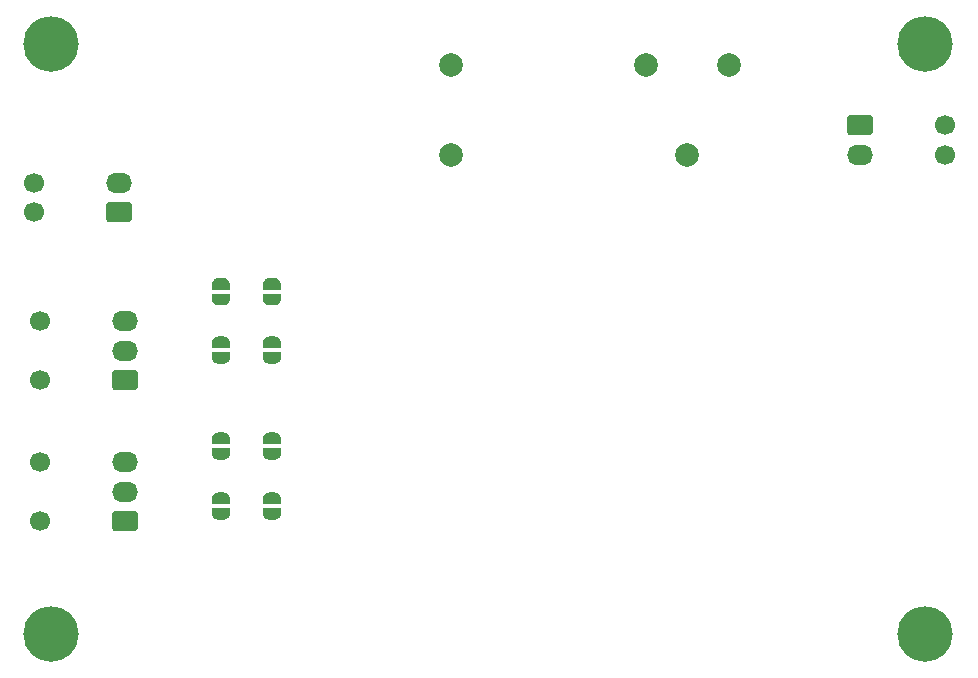
<source format=gbr>
%TF.GenerationSoftware,KiCad,Pcbnew,(5.1.10)-1*%
%TF.CreationDate,2022-02-21T21:57:19+01:00*%
%TF.ProjectId,BSPD-CV_3_0_00a,42535044-2d43-4565-9f33-5f305f303061,rev?*%
%TF.SameCoordinates,Original*%
%TF.FileFunction,Soldermask,Bot*%
%TF.FilePolarity,Negative*%
%FSLAX46Y46*%
G04 Gerber Fmt 4.6, Leading zero omitted, Abs format (unit mm)*
G04 Created by KiCad (PCBNEW (5.1.10)-1) date 2022-02-21 21:57:19*
%MOMM*%
%LPD*%
G01*
G04 APERTURE LIST*
%ADD10C,1.700000*%
%ADD11O,2.200000X1.700000*%
%ADD12C,4.700000*%
%ADD13C,2.000000*%
%ADD14C,0.100000*%
G04 APERTURE END LIST*
D10*
%TO.C,J3*%
X152078000Y-133430000D03*
X152078000Y-138430000D03*
D11*
X159258000Y-133430000D03*
X159258000Y-135930000D03*
G36*
G01*
X160358000Y-137830000D02*
X160358000Y-139030000D01*
G75*
G02*
X160108000Y-139280000I-250000J0D01*
G01*
X158408000Y-139280000D01*
G75*
G02*
X158158000Y-139030000I0J250000D01*
G01*
X158158000Y-137830000D01*
G75*
G02*
X158408000Y-137580000I250000J0D01*
G01*
X160108000Y-137580000D01*
G75*
G02*
X160358000Y-137830000I0J-250000D01*
G01*
G37*
%TD*%
D10*
%TO.C,J2*%
X152078000Y-121492000D03*
X152078000Y-126492000D03*
D11*
X159258000Y-121492000D03*
X159258000Y-123992000D03*
G36*
G01*
X160358000Y-125892000D02*
X160358000Y-127092000D01*
G75*
G02*
X160108000Y-127342000I-250000J0D01*
G01*
X158408000Y-127342000D01*
G75*
G02*
X158158000Y-127092000I0J250000D01*
G01*
X158158000Y-125892000D01*
G75*
G02*
X158408000Y-125642000I250000J0D01*
G01*
X160108000Y-125642000D01*
G75*
G02*
X160358000Y-125892000I0J-250000D01*
G01*
G37*
%TD*%
D10*
%TO.C,J4*%
X228668000Y-107402000D03*
X228668000Y-104902000D03*
D11*
X221488000Y-107402000D03*
G36*
G01*
X220388000Y-105502000D02*
X220388000Y-104302000D01*
G75*
G02*
X220638000Y-104052000I250000J0D01*
G01*
X222338000Y-104052000D01*
G75*
G02*
X222588000Y-104302000I0J-250000D01*
G01*
X222588000Y-105502000D01*
G75*
G02*
X222338000Y-105752000I-250000J0D01*
G01*
X220638000Y-105752000D01*
G75*
G02*
X220388000Y-105502000I0J250000D01*
G01*
G37*
%TD*%
D10*
%TO.C,J1*%
X151570000Y-109768000D03*
X151570000Y-112268000D03*
D11*
X158750000Y-109768000D03*
G36*
G01*
X159850000Y-111668000D02*
X159850000Y-112868000D01*
G75*
G02*
X159600000Y-113118000I-250000J0D01*
G01*
X157900000Y-113118000D01*
G75*
G02*
X157650000Y-112868000I0J250000D01*
G01*
X157650000Y-111668000D01*
G75*
G02*
X157900000Y-111418000I250000J0D01*
G01*
X159600000Y-111418000D01*
G75*
G02*
X159850000Y-111668000I0J-250000D01*
G01*
G37*
%TD*%
D12*
%TO.C,H4*%
X227000000Y-148000000D03*
%TD*%
%TO.C,H3*%
X153000000Y-148000000D03*
%TD*%
%TO.C,H2*%
X227000000Y-98000000D03*
%TD*%
%TO.C,H1*%
X153000000Y-98000000D03*
%TD*%
D13*
%TO.C,K101*%
X206878000Y-107432000D03*
X203378000Y-99832000D03*
X210378000Y-99832000D03*
X186878000Y-99832000D03*
X186878000Y-107432000D03*
%TD*%
D14*
%TO.C,JP54*%
G36*
X170954000Y-131930000D02*
G01*
X170954000Y-131430000D01*
X170954602Y-131430000D01*
X170954602Y-131405466D01*
X170959412Y-131356635D01*
X170968984Y-131308510D01*
X170983228Y-131261555D01*
X171002005Y-131216222D01*
X171025136Y-131172949D01*
X171052396Y-131132150D01*
X171083524Y-131094221D01*
X171118221Y-131059524D01*
X171156150Y-131028396D01*
X171196949Y-131001136D01*
X171240222Y-130978005D01*
X171285555Y-130959228D01*
X171332510Y-130944984D01*
X171380635Y-130935412D01*
X171429466Y-130930602D01*
X171454000Y-130930602D01*
X171454000Y-130930000D01*
X171954000Y-130930000D01*
X171954000Y-130930602D01*
X171978534Y-130930602D01*
X172027365Y-130935412D01*
X172075490Y-130944984D01*
X172122445Y-130959228D01*
X172167778Y-130978005D01*
X172211051Y-131001136D01*
X172251850Y-131028396D01*
X172289779Y-131059524D01*
X172324476Y-131094221D01*
X172355604Y-131132150D01*
X172382864Y-131172949D01*
X172405995Y-131216222D01*
X172424772Y-131261555D01*
X172439016Y-131308510D01*
X172448588Y-131356635D01*
X172453398Y-131405466D01*
X172453398Y-131430000D01*
X172454000Y-131430000D01*
X172454000Y-131930000D01*
X170954000Y-131930000D01*
G37*
G36*
X172453398Y-132730000D02*
G01*
X172453398Y-132754534D01*
X172448588Y-132803365D01*
X172439016Y-132851490D01*
X172424772Y-132898445D01*
X172405995Y-132943778D01*
X172382864Y-132987051D01*
X172355604Y-133027850D01*
X172324476Y-133065779D01*
X172289779Y-133100476D01*
X172251850Y-133131604D01*
X172211051Y-133158864D01*
X172167778Y-133181995D01*
X172122445Y-133200772D01*
X172075490Y-133215016D01*
X172027365Y-133224588D01*
X171978534Y-133229398D01*
X171954000Y-133229398D01*
X171954000Y-133230000D01*
X171454000Y-133230000D01*
X171454000Y-133229398D01*
X171429466Y-133229398D01*
X171380635Y-133224588D01*
X171332510Y-133215016D01*
X171285555Y-133200772D01*
X171240222Y-133181995D01*
X171196949Y-133158864D01*
X171156150Y-133131604D01*
X171118221Y-133100476D01*
X171083524Y-133065779D01*
X171052396Y-133027850D01*
X171025136Y-132987051D01*
X171002005Y-132943778D01*
X170983228Y-132898445D01*
X170968984Y-132851490D01*
X170959412Y-132803365D01*
X170954602Y-132754534D01*
X170954602Y-132730000D01*
X170954000Y-132730000D01*
X170954000Y-132230000D01*
X172454000Y-132230000D01*
X172454000Y-132730000D01*
X172453398Y-132730000D01*
G37*
%TD*%
%TO.C,JP53*%
G36*
X170954602Y-136510000D02*
G01*
X170954602Y-136485466D01*
X170959412Y-136436635D01*
X170968984Y-136388510D01*
X170983228Y-136341555D01*
X171002005Y-136296222D01*
X171025136Y-136252949D01*
X171052396Y-136212150D01*
X171083524Y-136174221D01*
X171118221Y-136139524D01*
X171156150Y-136108396D01*
X171196949Y-136081136D01*
X171240222Y-136058005D01*
X171285555Y-136039228D01*
X171332510Y-136024984D01*
X171380635Y-136015412D01*
X171429466Y-136010602D01*
X171454000Y-136010602D01*
X171454000Y-136010000D01*
X171954000Y-136010000D01*
X171954000Y-136010602D01*
X171978534Y-136010602D01*
X172027365Y-136015412D01*
X172075490Y-136024984D01*
X172122445Y-136039228D01*
X172167778Y-136058005D01*
X172211051Y-136081136D01*
X172251850Y-136108396D01*
X172289779Y-136139524D01*
X172324476Y-136174221D01*
X172355604Y-136212150D01*
X172382864Y-136252949D01*
X172405995Y-136296222D01*
X172424772Y-136341555D01*
X172439016Y-136388510D01*
X172448588Y-136436635D01*
X172453398Y-136485466D01*
X172453398Y-136510000D01*
X172454000Y-136510000D01*
X172454000Y-137010000D01*
X170954000Y-137010000D01*
X170954000Y-136510000D01*
X170954602Y-136510000D01*
G37*
G36*
X172454000Y-137310000D02*
G01*
X172454000Y-137810000D01*
X172453398Y-137810000D01*
X172453398Y-137834534D01*
X172448588Y-137883365D01*
X172439016Y-137931490D01*
X172424772Y-137978445D01*
X172405995Y-138023778D01*
X172382864Y-138067051D01*
X172355604Y-138107850D01*
X172324476Y-138145779D01*
X172289779Y-138180476D01*
X172251850Y-138211604D01*
X172211051Y-138238864D01*
X172167778Y-138261995D01*
X172122445Y-138280772D01*
X172075490Y-138295016D01*
X172027365Y-138304588D01*
X171978534Y-138309398D01*
X171954000Y-138309398D01*
X171954000Y-138310000D01*
X171454000Y-138310000D01*
X171454000Y-138309398D01*
X171429466Y-138309398D01*
X171380635Y-138304588D01*
X171332510Y-138295016D01*
X171285555Y-138280772D01*
X171240222Y-138261995D01*
X171196949Y-138238864D01*
X171156150Y-138211604D01*
X171118221Y-138180476D01*
X171083524Y-138145779D01*
X171052396Y-138107850D01*
X171025136Y-138067051D01*
X171002005Y-138023778D01*
X170983228Y-137978445D01*
X170968984Y-137931490D01*
X170959412Y-137883365D01*
X170954602Y-137834534D01*
X170954602Y-137810000D01*
X170954000Y-137810000D01*
X170954000Y-137310000D01*
X172454000Y-137310000D01*
G37*
%TD*%
%TO.C,JP52*%
G36*
X168135398Y-132730000D02*
G01*
X168135398Y-132754534D01*
X168130588Y-132803365D01*
X168121016Y-132851490D01*
X168106772Y-132898445D01*
X168087995Y-132943778D01*
X168064864Y-132987051D01*
X168037604Y-133027850D01*
X168006476Y-133065779D01*
X167971779Y-133100476D01*
X167933850Y-133131604D01*
X167893051Y-133158864D01*
X167849778Y-133181995D01*
X167804445Y-133200772D01*
X167757490Y-133215016D01*
X167709365Y-133224588D01*
X167660534Y-133229398D01*
X167636000Y-133229398D01*
X167636000Y-133230000D01*
X167136000Y-133230000D01*
X167136000Y-133229398D01*
X167111466Y-133229398D01*
X167062635Y-133224588D01*
X167014510Y-133215016D01*
X166967555Y-133200772D01*
X166922222Y-133181995D01*
X166878949Y-133158864D01*
X166838150Y-133131604D01*
X166800221Y-133100476D01*
X166765524Y-133065779D01*
X166734396Y-133027850D01*
X166707136Y-132987051D01*
X166684005Y-132943778D01*
X166665228Y-132898445D01*
X166650984Y-132851490D01*
X166641412Y-132803365D01*
X166636602Y-132754534D01*
X166636602Y-132730000D01*
X166636000Y-132730000D01*
X166636000Y-132230000D01*
X168136000Y-132230000D01*
X168136000Y-132730000D01*
X168135398Y-132730000D01*
G37*
G36*
X166636000Y-131930000D02*
G01*
X166636000Y-131430000D01*
X166636602Y-131430000D01*
X166636602Y-131405466D01*
X166641412Y-131356635D01*
X166650984Y-131308510D01*
X166665228Y-131261555D01*
X166684005Y-131216222D01*
X166707136Y-131172949D01*
X166734396Y-131132150D01*
X166765524Y-131094221D01*
X166800221Y-131059524D01*
X166838150Y-131028396D01*
X166878949Y-131001136D01*
X166922222Y-130978005D01*
X166967555Y-130959228D01*
X167014510Y-130944984D01*
X167062635Y-130935412D01*
X167111466Y-130930602D01*
X167136000Y-130930602D01*
X167136000Y-130930000D01*
X167636000Y-130930000D01*
X167636000Y-130930602D01*
X167660534Y-130930602D01*
X167709365Y-130935412D01*
X167757490Y-130944984D01*
X167804445Y-130959228D01*
X167849778Y-130978005D01*
X167893051Y-131001136D01*
X167933850Y-131028396D01*
X167971779Y-131059524D01*
X168006476Y-131094221D01*
X168037604Y-131132150D01*
X168064864Y-131172949D01*
X168087995Y-131216222D01*
X168106772Y-131261555D01*
X168121016Y-131308510D01*
X168130588Y-131356635D01*
X168135398Y-131405466D01*
X168135398Y-131430000D01*
X168136000Y-131430000D01*
X168136000Y-131930000D01*
X166636000Y-131930000D01*
G37*
%TD*%
%TO.C,JP51*%
G36*
X168136000Y-137310000D02*
G01*
X168136000Y-137810000D01*
X168135398Y-137810000D01*
X168135398Y-137834534D01*
X168130588Y-137883365D01*
X168121016Y-137931490D01*
X168106772Y-137978445D01*
X168087995Y-138023778D01*
X168064864Y-138067051D01*
X168037604Y-138107850D01*
X168006476Y-138145779D01*
X167971779Y-138180476D01*
X167933850Y-138211604D01*
X167893051Y-138238864D01*
X167849778Y-138261995D01*
X167804445Y-138280772D01*
X167757490Y-138295016D01*
X167709365Y-138304588D01*
X167660534Y-138309398D01*
X167636000Y-138309398D01*
X167636000Y-138310000D01*
X167136000Y-138310000D01*
X167136000Y-138309398D01*
X167111466Y-138309398D01*
X167062635Y-138304588D01*
X167014510Y-138295016D01*
X166967555Y-138280772D01*
X166922222Y-138261995D01*
X166878949Y-138238864D01*
X166838150Y-138211604D01*
X166800221Y-138180476D01*
X166765524Y-138145779D01*
X166734396Y-138107850D01*
X166707136Y-138067051D01*
X166684005Y-138023778D01*
X166665228Y-137978445D01*
X166650984Y-137931490D01*
X166641412Y-137883365D01*
X166636602Y-137834534D01*
X166636602Y-137810000D01*
X166636000Y-137810000D01*
X166636000Y-137310000D01*
X168136000Y-137310000D01*
G37*
G36*
X166636602Y-136510000D02*
G01*
X166636602Y-136485466D01*
X166641412Y-136436635D01*
X166650984Y-136388510D01*
X166665228Y-136341555D01*
X166684005Y-136296222D01*
X166707136Y-136252949D01*
X166734396Y-136212150D01*
X166765524Y-136174221D01*
X166800221Y-136139524D01*
X166838150Y-136108396D01*
X166878949Y-136081136D01*
X166922222Y-136058005D01*
X166967555Y-136039228D01*
X167014510Y-136024984D01*
X167062635Y-136015412D01*
X167111466Y-136010602D01*
X167136000Y-136010602D01*
X167136000Y-136010000D01*
X167636000Y-136010000D01*
X167636000Y-136010602D01*
X167660534Y-136010602D01*
X167709365Y-136015412D01*
X167757490Y-136024984D01*
X167804445Y-136039228D01*
X167849778Y-136058005D01*
X167893051Y-136081136D01*
X167933850Y-136108396D01*
X167971779Y-136139524D01*
X168006476Y-136174221D01*
X168037604Y-136212150D01*
X168064864Y-136252949D01*
X168087995Y-136296222D01*
X168106772Y-136341555D01*
X168121016Y-136388510D01*
X168130588Y-136436635D01*
X168135398Y-136485466D01*
X168135398Y-136510000D01*
X168136000Y-136510000D01*
X168136000Y-137010000D01*
X166636000Y-137010000D01*
X166636000Y-136510000D01*
X166636602Y-136510000D01*
G37*
%TD*%
%TO.C,JP44*%
G36*
X170954000Y-118864000D02*
G01*
X170954000Y-118364000D01*
X170954602Y-118364000D01*
X170954602Y-118339466D01*
X170959412Y-118290635D01*
X170968984Y-118242510D01*
X170983228Y-118195555D01*
X171002005Y-118150222D01*
X171025136Y-118106949D01*
X171052396Y-118066150D01*
X171083524Y-118028221D01*
X171118221Y-117993524D01*
X171156150Y-117962396D01*
X171196949Y-117935136D01*
X171240222Y-117912005D01*
X171285555Y-117893228D01*
X171332510Y-117878984D01*
X171380635Y-117869412D01*
X171429466Y-117864602D01*
X171454000Y-117864602D01*
X171454000Y-117864000D01*
X171954000Y-117864000D01*
X171954000Y-117864602D01*
X171978534Y-117864602D01*
X172027365Y-117869412D01*
X172075490Y-117878984D01*
X172122445Y-117893228D01*
X172167778Y-117912005D01*
X172211051Y-117935136D01*
X172251850Y-117962396D01*
X172289779Y-117993524D01*
X172324476Y-118028221D01*
X172355604Y-118066150D01*
X172382864Y-118106949D01*
X172405995Y-118150222D01*
X172424772Y-118195555D01*
X172439016Y-118242510D01*
X172448588Y-118290635D01*
X172453398Y-118339466D01*
X172453398Y-118364000D01*
X172454000Y-118364000D01*
X172454000Y-118864000D01*
X170954000Y-118864000D01*
G37*
G36*
X172453398Y-119664000D02*
G01*
X172453398Y-119688534D01*
X172448588Y-119737365D01*
X172439016Y-119785490D01*
X172424772Y-119832445D01*
X172405995Y-119877778D01*
X172382864Y-119921051D01*
X172355604Y-119961850D01*
X172324476Y-119999779D01*
X172289779Y-120034476D01*
X172251850Y-120065604D01*
X172211051Y-120092864D01*
X172167778Y-120115995D01*
X172122445Y-120134772D01*
X172075490Y-120149016D01*
X172027365Y-120158588D01*
X171978534Y-120163398D01*
X171954000Y-120163398D01*
X171954000Y-120164000D01*
X171454000Y-120164000D01*
X171454000Y-120163398D01*
X171429466Y-120163398D01*
X171380635Y-120158588D01*
X171332510Y-120149016D01*
X171285555Y-120134772D01*
X171240222Y-120115995D01*
X171196949Y-120092864D01*
X171156150Y-120065604D01*
X171118221Y-120034476D01*
X171083524Y-119999779D01*
X171052396Y-119961850D01*
X171025136Y-119921051D01*
X171002005Y-119877778D01*
X170983228Y-119832445D01*
X170968984Y-119785490D01*
X170959412Y-119737365D01*
X170954602Y-119688534D01*
X170954602Y-119664000D01*
X170954000Y-119664000D01*
X170954000Y-119164000D01*
X172454000Y-119164000D01*
X172454000Y-119664000D01*
X172453398Y-119664000D01*
G37*
%TD*%
%TO.C,JP43*%
G36*
X170954602Y-123302000D02*
G01*
X170954602Y-123277466D01*
X170959412Y-123228635D01*
X170968984Y-123180510D01*
X170983228Y-123133555D01*
X171002005Y-123088222D01*
X171025136Y-123044949D01*
X171052396Y-123004150D01*
X171083524Y-122966221D01*
X171118221Y-122931524D01*
X171156150Y-122900396D01*
X171196949Y-122873136D01*
X171240222Y-122850005D01*
X171285555Y-122831228D01*
X171332510Y-122816984D01*
X171380635Y-122807412D01*
X171429466Y-122802602D01*
X171454000Y-122802602D01*
X171454000Y-122802000D01*
X171954000Y-122802000D01*
X171954000Y-122802602D01*
X171978534Y-122802602D01*
X172027365Y-122807412D01*
X172075490Y-122816984D01*
X172122445Y-122831228D01*
X172167778Y-122850005D01*
X172211051Y-122873136D01*
X172251850Y-122900396D01*
X172289779Y-122931524D01*
X172324476Y-122966221D01*
X172355604Y-123004150D01*
X172382864Y-123044949D01*
X172405995Y-123088222D01*
X172424772Y-123133555D01*
X172439016Y-123180510D01*
X172448588Y-123228635D01*
X172453398Y-123277466D01*
X172453398Y-123302000D01*
X172454000Y-123302000D01*
X172454000Y-123802000D01*
X170954000Y-123802000D01*
X170954000Y-123302000D01*
X170954602Y-123302000D01*
G37*
G36*
X172454000Y-124102000D02*
G01*
X172454000Y-124602000D01*
X172453398Y-124602000D01*
X172453398Y-124626534D01*
X172448588Y-124675365D01*
X172439016Y-124723490D01*
X172424772Y-124770445D01*
X172405995Y-124815778D01*
X172382864Y-124859051D01*
X172355604Y-124899850D01*
X172324476Y-124937779D01*
X172289779Y-124972476D01*
X172251850Y-125003604D01*
X172211051Y-125030864D01*
X172167778Y-125053995D01*
X172122445Y-125072772D01*
X172075490Y-125087016D01*
X172027365Y-125096588D01*
X171978534Y-125101398D01*
X171954000Y-125101398D01*
X171954000Y-125102000D01*
X171454000Y-125102000D01*
X171454000Y-125101398D01*
X171429466Y-125101398D01*
X171380635Y-125096588D01*
X171332510Y-125087016D01*
X171285555Y-125072772D01*
X171240222Y-125053995D01*
X171196949Y-125030864D01*
X171156150Y-125003604D01*
X171118221Y-124972476D01*
X171083524Y-124937779D01*
X171052396Y-124899850D01*
X171025136Y-124859051D01*
X171002005Y-124815778D01*
X170983228Y-124770445D01*
X170968984Y-124723490D01*
X170959412Y-124675365D01*
X170954602Y-124626534D01*
X170954602Y-124602000D01*
X170954000Y-124602000D01*
X170954000Y-124102000D01*
X172454000Y-124102000D01*
G37*
%TD*%
%TO.C,JP42*%
G36*
X168135398Y-119664000D02*
G01*
X168135398Y-119688534D01*
X168130588Y-119737365D01*
X168121016Y-119785490D01*
X168106772Y-119832445D01*
X168087995Y-119877778D01*
X168064864Y-119921051D01*
X168037604Y-119961850D01*
X168006476Y-119999779D01*
X167971779Y-120034476D01*
X167933850Y-120065604D01*
X167893051Y-120092864D01*
X167849778Y-120115995D01*
X167804445Y-120134772D01*
X167757490Y-120149016D01*
X167709365Y-120158588D01*
X167660534Y-120163398D01*
X167636000Y-120163398D01*
X167636000Y-120164000D01*
X167136000Y-120164000D01*
X167136000Y-120163398D01*
X167111466Y-120163398D01*
X167062635Y-120158588D01*
X167014510Y-120149016D01*
X166967555Y-120134772D01*
X166922222Y-120115995D01*
X166878949Y-120092864D01*
X166838150Y-120065604D01*
X166800221Y-120034476D01*
X166765524Y-119999779D01*
X166734396Y-119961850D01*
X166707136Y-119921051D01*
X166684005Y-119877778D01*
X166665228Y-119832445D01*
X166650984Y-119785490D01*
X166641412Y-119737365D01*
X166636602Y-119688534D01*
X166636602Y-119664000D01*
X166636000Y-119664000D01*
X166636000Y-119164000D01*
X168136000Y-119164000D01*
X168136000Y-119664000D01*
X168135398Y-119664000D01*
G37*
G36*
X166636000Y-118864000D02*
G01*
X166636000Y-118364000D01*
X166636602Y-118364000D01*
X166636602Y-118339466D01*
X166641412Y-118290635D01*
X166650984Y-118242510D01*
X166665228Y-118195555D01*
X166684005Y-118150222D01*
X166707136Y-118106949D01*
X166734396Y-118066150D01*
X166765524Y-118028221D01*
X166800221Y-117993524D01*
X166838150Y-117962396D01*
X166878949Y-117935136D01*
X166922222Y-117912005D01*
X166967555Y-117893228D01*
X167014510Y-117878984D01*
X167062635Y-117869412D01*
X167111466Y-117864602D01*
X167136000Y-117864602D01*
X167136000Y-117864000D01*
X167636000Y-117864000D01*
X167636000Y-117864602D01*
X167660534Y-117864602D01*
X167709365Y-117869412D01*
X167757490Y-117878984D01*
X167804445Y-117893228D01*
X167849778Y-117912005D01*
X167893051Y-117935136D01*
X167933850Y-117962396D01*
X167971779Y-117993524D01*
X168006476Y-118028221D01*
X168037604Y-118066150D01*
X168064864Y-118106949D01*
X168087995Y-118150222D01*
X168106772Y-118195555D01*
X168121016Y-118242510D01*
X168130588Y-118290635D01*
X168135398Y-118339466D01*
X168135398Y-118364000D01*
X168136000Y-118364000D01*
X168136000Y-118864000D01*
X166636000Y-118864000D01*
G37*
%TD*%
%TO.C,JP41*%
G36*
X168136000Y-124102000D02*
G01*
X168136000Y-124602000D01*
X168135398Y-124602000D01*
X168135398Y-124626534D01*
X168130588Y-124675365D01*
X168121016Y-124723490D01*
X168106772Y-124770445D01*
X168087995Y-124815778D01*
X168064864Y-124859051D01*
X168037604Y-124899850D01*
X168006476Y-124937779D01*
X167971779Y-124972476D01*
X167933850Y-125003604D01*
X167893051Y-125030864D01*
X167849778Y-125053995D01*
X167804445Y-125072772D01*
X167757490Y-125087016D01*
X167709365Y-125096588D01*
X167660534Y-125101398D01*
X167636000Y-125101398D01*
X167636000Y-125102000D01*
X167136000Y-125102000D01*
X167136000Y-125101398D01*
X167111466Y-125101398D01*
X167062635Y-125096588D01*
X167014510Y-125087016D01*
X166967555Y-125072772D01*
X166922222Y-125053995D01*
X166878949Y-125030864D01*
X166838150Y-125003604D01*
X166800221Y-124972476D01*
X166765524Y-124937779D01*
X166734396Y-124899850D01*
X166707136Y-124859051D01*
X166684005Y-124815778D01*
X166665228Y-124770445D01*
X166650984Y-124723490D01*
X166641412Y-124675365D01*
X166636602Y-124626534D01*
X166636602Y-124602000D01*
X166636000Y-124602000D01*
X166636000Y-124102000D01*
X168136000Y-124102000D01*
G37*
G36*
X166636602Y-123302000D02*
G01*
X166636602Y-123277466D01*
X166641412Y-123228635D01*
X166650984Y-123180510D01*
X166665228Y-123133555D01*
X166684005Y-123088222D01*
X166707136Y-123044949D01*
X166734396Y-123004150D01*
X166765524Y-122966221D01*
X166800221Y-122931524D01*
X166838150Y-122900396D01*
X166878949Y-122873136D01*
X166922222Y-122850005D01*
X166967555Y-122831228D01*
X167014510Y-122816984D01*
X167062635Y-122807412D01*
X167111466Y-122802602D01*
X167136000Y-122802602D01*
X167136000Y-122802000D01*
X167636000Y-122802000D01*
X167636000Y-122802602D01*
X167660534Y-122802602D01*
X167709365Y-122807412D01*
X167757490Y-122816984D01*
X167804445Y-122831228D01*
X167849778Y-122850005D01*
X167893051Y-122873136D01*
X167933850Y-122900396D01*
X167971779Y-122931524D01*
X168006476Y-122966221D01*
X168037604Y-123004150D01*
X168064864Y-123044949D01*
X168087995Y-123088222D01*
X168106772Y-123133555D01*
X168121016Y-123180510D01*
X168130588Y-123228635D01*
X168135398Y-123277466D01*
X168135398Y-123302000D01*
X168136000Y-123302000D01*
X168136000Y-123802000D01*
X166636000Y-123802000D01*
X166636000Y-123302000D01*
X166636602Y-123302000D01*
G37*
%TD*%
M02*

</source>
